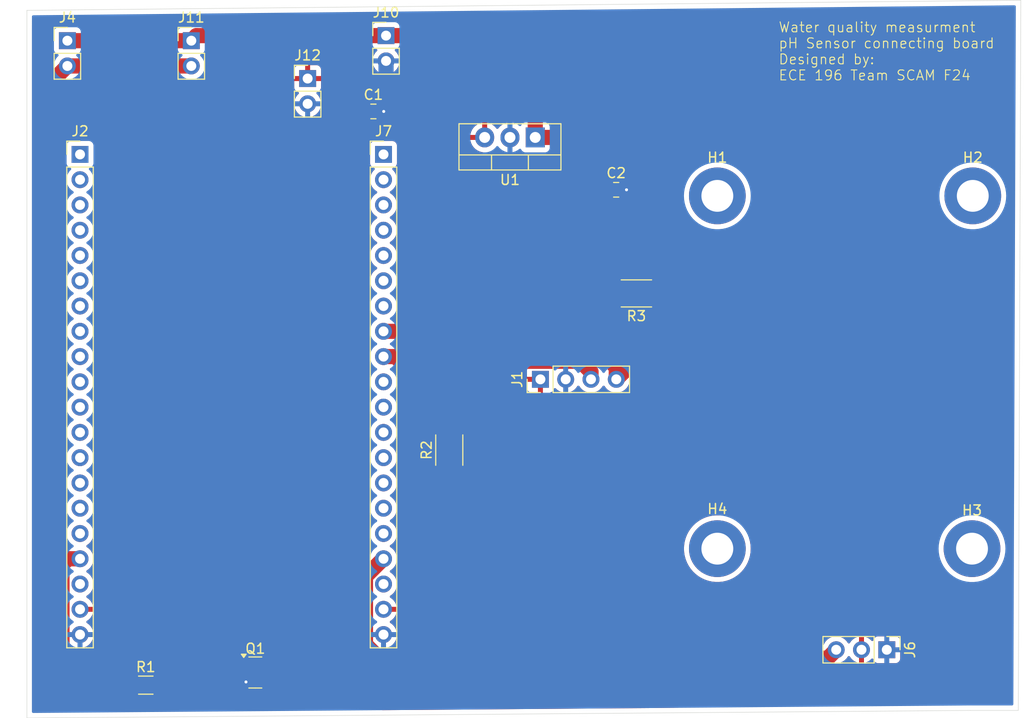
<source format=kicad_pcb>
(kicad_pcb (version 20240108) (generator "pcbnew") (generator_version "8.0")
  (layers (0 "F.Cu" signal) (31 "B.Cu" signal) (34 "B.Paste" user) (35 "F.Paste" user) (36 "B.SilkS" user "B.Silkscreen") (37 "F.SilkS" user "F.Silkscreen") (38 "B.Mask" user) (39 "F.Mask" user) (44 "Edge.Cuts" user))
  (net 0 "")
  (net 1 "/3.3")
  (net 2 "pH sen. input")
  (net 3 "SDA")
  (net 4 "SCL")
  (net 5 "GND")
  (net 6 "/IO26")
  (net 7 "Net-(Q1-G)")
  (net 8 "Net-(J10-Pin_1)")
  (net 26 "Net-(J11-Pin_2)")
  (net 42 "/5V")
  (footprint "Connector_PinHeader_2.54mm:PinHeader_1x03_P2.54mm_Vertical" (layer "F.Cu") (at 177.546 112.014 -90)
    (property "Reference" "J6" (at 0 -2.33 90) (layer "F.SilkS"))
    (property "Value" "pH Sensor")
    (fp_line (start -1.33 6.41) (end 1.33 6.41) (stroke (width 0.12)) (layer "F.SilkS"))
    (fp_line (start -1.33 1.27) (end -1.33 6.41) (stroke (width 0.12)) (layer "F.SilkS"))
    (fp_line (start -1.33 1.27) (end 1.33 1.27) (stroke (width 0.12)) (layer "F.SilkS"))
    (fp_line (start 1.33 1.27) (end 1.33 6.41) (stroke (width 0.12)) (layer "F.SilkS"))
    (fp_line (start -1.33 0) (end -1.33 -1.33) (stroke (width 0.12)) (layer "F.SilkS"))
    (fp_line (start -1.33 -1.33) (end 0 -1.33) (stroke (width 0.12)) (layer "F.SilkS"))
    (pad "1" thru_hole rect (at 0 0 270) (size 1.7 1.7) (drill 1) (layers "*.Cu" "*.Mask") (net 5 "GND"))
    (pad "2" thru_hole oval (at 0 2.54 270) (size 1.7 1.7) (drill 1) (layers "*.Cu" "*.Mask") (net 1 "/3.3"))
    (pad "3" thru_hole oval (at 0 5.08 270) (size 1.7 1.7) (drill 1) (layers "*.Cu" "*.Mask") (net 2 "pH sen. input"))
  )
  (footprint "Package_TO_SOT_SMD:SOT-23" (layer "F.Cu") (at 114.1245 114.3)
    (property "Reference" "Q1" (at 0 -2.4 0) (layer "F.SilkS"))
    (property "Value" "PMV15UNEAR")
    (fp_line (start 0 -1.56) (end -0.65 -1.56) (stroke (width 0.12)) (layer "F.SilkS"))
    (fp_line (start 0 -1.56) (end 0.65 -1.56) (stroke (width 0.12)) (layer "F.SilkS"))
    (fp_line (start 0 1.56) (end -0.65 1.56) (stroke (width 0.12)) (layer "F.SilkS"))
    (fp_line (start 0 1.56) (end 0.65 1.56) (stroke (width 0.12)) (layer "F.SilkS"))
    (fp_poly (pts (xy -1.1625 -1.51) (xy -1.4025 -1.84) (xy -0.9225 -1.84) (xy -1.1625 -1.51)) (stroke (width 0.12)) (fill solid) (layer "F.SilkS"))
    (pad "1" smd roundrect (at -0.9375 -0.95) (size 1.475 0.6) (layers "F.Cu" "F.Paste" "F.Mask") (net 7 "Net-(Q1-G)"))
    (pad "2" smd roundrect (at -0.9375 0.95) (size 1.475 0.6) (layers "F.Cu" "F.Paste" "F.Mask") (net 5 "GND"))
    (pad "3" smd roundrect (at 0.9375 0) (size 1.475 0.6) (layers "F.Cu" "F.Paste" "F.Mask") (net 26 "Net-(J11-Pin_2)"))
  )
  (footprint "MountingHole:MountingHole_3.2mm_M3_ISO7380_Pad_TopBottom" (layer "F.Cu") (at 186.182 66.3956)
    (property "Reference" "H2" (at 0 -3.85 0) (layer "F.SilkS"))
    (property "Value" "MountingHole")
    (pad "1" thru_hole circle (at 0 0) (size 3.6 3.6) (drill 3.2) (layers "*.Cu" "*.Mask"))
    (pad "1" connect circle (at 0 0) (size 5.7 5.7) (layers "F.Cu" "F.Mask"))
    (pad "1" connect circle (at 0 0) (size 5.7 5.7) (layers "B.Cu" "B.Mask"))
  )
  (footprint "Connector_PinHeader_2.54mm:PinHeader_1x20_P2.54mm_Vertical" (layer "F.Cu") (at 127 62.23)
    (property "Reference" "J7" (at 0 -2.33 0) (layer "F.SilkS"))
    (property "Value" "DevBoard Right")
    (fp_line (start -1.33 -1.33) (end 0 -1.33) (stroke (width 0.12)) (layer "F.SilkS"))
    (fp_line (start -1.33 0) (end -1.33 -1.33) (stroke (width 0.12)) (layer "F.SilkS"))
    (fp_line (start -1.33 1.27) (end -1.33 49.59) (stroke (width 0.12)) (layer "F.SilkS"))
    (fp_line (start -1.33 1.27) (end 1.33 1.27) (stroke (width 0.12)) (layer "F.SilkS"))
    (fp_line (start -1.33 49.59) (end 1.33 49.59) (stroke (width 0.12)) (layer "F.SilkS"))
    (fp_line (start 1.33 1.27) (end 1.33 49.59) (stroke (width 0.12)) (layer "F.SilkS"))
    (pad "1" thru_hole rect (at 0 0) (size 1.7 1.7) (drill 1) (layers "*.Cu" "*.Mask"))
    (pad "2" thru_hole oval (at 0 2.54) (size 1.7 1.7) (drill 1) (layers "*.Cu" "*.Mask"))
    (pad "3" thru_hole oval (at 0 5.08) (size 1.7 1.7) (drill 1) (layers "*.Cu" "*.Mask"))
    (pad "4" thru_hole oval (at 0 7.62) (size 1.7 1.7) (drill 1) (layers "*.Cu" "*.Mask"))
    (pad "5" thru_hole oval (at 0 10.16) (size 1.7 1.7) (drill 1) (layers "*.Cu" "*.Mask"))
    (pad "6" thru_hole oval (at 0 12.7) (size 1.7 1.7) (drill 1) (layers "*.Cu" "*.Mask"))
    (pad "7" thru_hole oval (at 0 15.24) (size 1.7 1.7) (drill 1) (layers "*.Cu" "*.Mask"))
    (pad "8" thru_hole oval (at 0 17.78) (size 1.7 1.7) (drill 1) (layers "*.Cu" "*.Mask") (net 3 "SDA"))
    (pad "9" thru_hole oval (at 0 20.32) (size 1.7 1.7) (drill 1) (layers "*.Cu" "*.Mask") (net 4 "SCL"))
    (pad "10" thru_hole oval (at 0 22.86) (size 1.7 1.7) (drill 1) (layers "*.Cu" "*.Mask"))
    (pad "11" thru_hole oval (at 0 25.4) (size 1.7 1.7) (drill 1) (layers "*.Cu" "*.Mask"))
    (pad "12" thru_hole oval (at 0 27.94) (size 1.7 1.7) (drill 1) (layers "*.Cu" "*.Mask"))
    (pad "13" thru_hole oval (at 0 30.48) (size 1.7 1.7) (drill 1) (layers "*.Cu" "*.Mask"))
    (pad "14" thru_hole oval (at 0 33.02) (size 1.7 1.7) (drill 1) (layers "*.Cu" "*.Mask"))
    (pad "15" thru_hole oval (at 0 35.56) (size 1.7 1.7) (drill 1) (layers "*.Cu" "*.Mask"))
    (pad "16" thru_hole oval (at 0 38.1) (size 1.7 1.7) (drill 1) (layers "*.Cu" "*.Mask"))
    (pad "17" thru_hole oval (at 0 40.64) (size 1.7 1.7) (drill 1) (layers "*.Cu" "*.Mask") (net 2 "pH sen. input"))
    (pad "18" thru_hole oval (at 0 43.18) (size 1.7 1.7) (drill 1) (layers "*.Cu" "*.Mask"))
    (pad "19" thru_hole oval (at 0 45.72) (size 1.7 1.7) (drill 1) (layers "*.Cu" "*.Mask") (net 1 "/3.3"))
    (pad "20" thru_hole oval (at 0 48.26) (size 1.7 1.7) (drill 1) (layers "*.Cu" "*.Mask") (net 5 "GND"))
  )
  (footprint "Connector_PinHeader_2.54mm:PinHeader_1x02_P2.54mm_Vertical" (layer "F.Cu") (at 127.254 50.292)
    (property "Reference" "J10" (at 0 -2.33 0) (layer "F.SilkS"))
    (property "Value" "9V Enclosure")
    (fp_line (start -1.33 -1.33) (end 0 -1.33) (stroke (width 0.12)) (layer "F.SilkS"))
    (fp_line (start -1.33 0) (end -1.33 -1.33) (stroke (width 0.12)) (layer "F.SilkS"))
    (fp_line (start -1.33 1.27) (end -1.33 3.87) (stroke (width 0.12)) (layer "F.SilkS"))
    (fp_line (start -1.33 1.27) (end 1.33 1.27) (stroke (width 0.12)) (layer "F.SilkS"))
    (fp_line (start -1.33 3.87) (end 1.33 3.87) (stroke (width 0.12)) (layer "F.SilkS"))
    (fp_line (start 1.33 1.27) (end 1.33 3.87) (stroke (width 0.12)) (layer "F.SilkS"))
    (pad "1" thru_hole rect (at 0 0) (size 1.7 1.7) (drill 1) (layers "*.Cu" "*.Mask") (net 8 "Net-(J10-Pin_1)"))
    (pad "2" thru_hole oval (at 0 2.54) (size 1.7 1.7) (drill 1) (layers "*.Cu" "*.Mask") (net 5 "GND"))
  )
  (footprint "Connector_PinHeader_2.54mm:PinHeader_1x20_P2.54mm_Vertical" (layer "F.Cu") (at 96.52 62.23)
    (property "Reference" "J2" (at 0 -2.33 0) (layer "F.SilkS"))
    (property "Value" "DevBoard Left")
    (fp_line (start -1.33 -1.33) (end 0 -1.33) (stroke (width 0.12)) (layer "F.SilkS"))
    (fp_line (start -1.33 0) (end -1.33 -1.33) (stroke (width 0.12)) (layer "F.SilkS"))
    (fp_line (start -1.33 1.27) (end -1.33 49.59) (stroke (width 0.12)) (layer "F.SilkS"))
    (fp_line (start -1.33 1.27) (end 1.33 1.27) (stroke (width 0.12)) (layer "F.SilkS"))
    (fp_line (start -1.33 49.59) (end 1.33 49.59) (stroke (width 0.12)) (layer "F.SilkS"))
    (fp_line (start 1.33 1.27) (end 1.33 49.59) (stroke (width 0.12)) (layer "F.SilkS"))
    (pad "1" thru_hole rect (at 0 0) (size 1.7 1.7) (drill 1) (layers "*.Cu" "*.Mask"))
    (pad "2" thru_hole oval (at 0 2.54) (size 1.7 1.7) (drill 1) (layers "*.Cu" "*.Mask"))
    (pad "3" thru_hole oval (at 0 5.08) (size 1.7 1.7) (drill 1) (layers "*.Cu" "*.Mask"))
    (pad "4" thru_hole oval (at 0 7.62) (size 1.7 1.7) (drill 1) (layers "*.Cu" "*.Mask"))
    (pad "5" thru_hole oval (at 0 10.16) (size 1.7 1.7) (drill 1) (layers "*.Cu" "*.Mask"))
    (pad "6" thru_hole oval (at 0 12.7) (size 1.7 1.7) (drill 1) (layers "*.Cu" "*.Mask"))
    (pad "7" thru_hole oval (at 0 15.24) (size 1.7 1.7) (drill 1) (layers "*.Cu" "*.Mask"))
    (pad "8" thru_hole oval (at 0 17.78) (size 1.7 1.7) (drill 1) (layers "*.Cu" "*.Mask"))
    (pad "9" thru_hole oval (at 0 20.32) (size 1.7 1.7) (drill 1) (layers "*.Cu" "*.Mask"))
    (pad "10" thru_hole oval (at 0 22.86) (size 1.7 1.7) (drill 1) (layers "*.Cu" "*.Mask"))
    (pad "11" thru_hole oval (at 0 25.4) (size 1.7 1.7) (drill 1) (layers "*.Cu" "*.Mask"))
    (pad "12" thru_hole oval (at 0 27.94) (size 1.7 1.7) (drill 1) (layers "*.Cu" "*.Mask"))
    (pad "13" thru_hole oval (at 0 30.48) (size 1.7 1.7) (drill 1) (layers "*.Cu" "*.Mask"))
    (pad "14" thru_hole oval (at 0 33.02) (size 1.7 1.7) (drill 1) (layers "*.Cu" "*.Mask"))
    (pad "15" thru_hole oval (at 0 35.56) (size 1.7 1.7) (drill 1) (layers "*.Cu" "*.Mask"))
    (pad "16" thru_hole oval (at 0 38.1) (size 1.7 1.7) (drill 1) (layers "*.Cu" "*.Mask"))
    (pad "17" thru_hole oval (at 0 40.64) (size 1.7 1.7) (drill 1) (layers "*.Cu" "*.Mask") (net 6 "/IO26"))
    (pad "18" thru_hole oval (at 0 43.18) (size 1.7 1.7) (drill 1) (layers "*.Cu" "*.Mask"))
    (pad "19" thru_hole oval (at 0 45.72) (size 1.7 1.7) (drill 1) (layers "*.Cu" "*.Mask") (net 42 "/5V"))
    (pad "20" thru_hole oval (at 0 48.26) (size 1.7 1.7) (drill 1) (layers "*.Cu" "*.Mask") (net 5 "GND"))
  )
  (footprint "MountingHole:MountingHole_3.2mm_M3_ISO7380_Pad_TopBottom" (layer "F.Cu") (at 186.1058 101.854)
    (property "Reference" "H3" (at 0 -3.85 0) (layer "F.SilkS"))
    (property "Value" "MountingHole")
    (pad "1" thru_hole circle (at 0 0) (size 3.6 3.6) (drill 3.2) (layers "*.Cu" "*.Mask"))
    (pad "1" connect circle (at 0 0) (size 5.7 5.7) (layers "F.Cu" "F.Mask"))
    (pad "1" connect circle (at 0 0) (size 5.7 5.7) (layers "B.Cu" "B.Mask"))
  )
  (footprint "Resistor_SMD:R_1206_3216Metric" (layer "F.Cu") (at 103.124 115.57)
    (property "Reference" "R1" (at 0 -1.82 0) (layer "F.SilkS"))
    (property "Value" "100")
    (fp_line (start -0.727064 -0.91) (end 0.727064 -0.91) (stroke (width 0.12)) (layer "F.SilkS"))
    (fp_line (start -0.727064 0.91) (end 0.727064 0.91) (stroke (width 0.12)) (layer "F.SilkS"))
    (pad "1" smd roundrect (at -1.4625 0) (size 1.125 1.75) (layers "F.Cu" "F.Paste" "F.Mask") (roundrect_rratio 0.222222) (net 6 "/IO26"))
    (pad "2" smd roundrect (at 1.4625 0) (size 1.125 1.75) (layers "F.Cu" "F.Paste" "F.Mask") (roundrect_rratio 0.222222) (net 7 "Net-(Q1-G)"))
  )
  (footprint "Capacitor_SMD:C_0805_2012Metric_Pad1.18x1.45mm_HandSolder" (layer "F.Cu") (at 125.984 57.912)
    (property "Reference" "C1" (at 0 -1.68 0) (layer "F.SilkS"))
    (property "Value" "0.1u")
    (fp_line (start -0.261252 -0.735) (end 0.261252 -0.735) (stroke (width 0.12)) (layer "F.SilkS"))
    (fp_line (start -0.261252 0.735) (end 0.261252 0.735) (stroke (width 0.12)) (layer "F.SilkS"))
    (pad "1" smd roundrect (at -1.0375 0) (size 1.175 1.45) (layers "F.Cu" "F.Paste" "F.Mask") (roundrect_rratio 0.212766) (net 42 "/5V"))
    (pad "2" smd roundrect (at 1.0375 0) (size 1.175 1.45) (layers "F.Cu" "F.Paste" "F.Mask") (roundrect_rratio 0.212766) (net 5 "GND"))
  )
  (footprint "Connector_PinHeader_2.54mm:PinHeader_1x04_P2.54mm_Vertical" (layer "F.Cu") (at 142.758 84.836 90)
    (property "Reference" "J1" (at 0 -2.33 90) (layer "F.SilkS"))
    (property "Value" "OLED Screen")
    (fp_line (start -1.33 -1.33) (end 0 -1.33) (stroke (width 0.12)) (layer "F.SilkS"))
    (fp_line (start -1.33 0) (end -1.33 -1.33) (stroke (width 0.12)) (layer "F.SilkS"))
    (fp_line (start 1.33 1.27) (end 1.33 8.95) (stroke (width 0.12)) (layer "F.SilkS"))
    (fp_line (start -1.33 1.27) (end 1.33 1.27) (stroke (width 0.12)) (layer "F.SilkS"))
    (fp_line (start -1.33 1.27) (end -1.33 8.95) (stroke (width 0.12)) (layer "F.SilkS"))
    (fp_line (start -1.33 8.95) (end 1.33 8.95) (stroke (width 0.12)) (layer "F.SilkS"))
    (pad "1" thru_hole rect (at 0 0 90) (size 1.7 1.7) (drill 1) (layers "*.Cu" "*.Mask") (net 1 "/3.3"))
    (pad "2" thru_hole oval (at 0 2.54 90) (size 1.7 1.7) (drill 1) (layers "*.Cu" "*.Mask") (net 5 "GND"))
    (pad "3" thru_hole oval (at 0 5.08 90) (size 1.7 1.7) (drill 1) (layers "*.Cu" "*.Mask") (net 4 "SCL"))
    (pad "4" thru_hole oval (at 0 7.62 90) (size 1.7 1.7) (drill 1) (layers "*.Cu" "*.Mask") (net 3 "SDA"))
  )
  (footprint "MountingHole:MountingHole_3.2mm_M3_ISO7380_Pad_TopBottom" (layer "F.Cu") (at 160.528 101.854)
    (property "Reference" "H4" (at 0 -3.9878 0) (layer "F.SilkS"))
    (property "Value" "MountingHole")
    (pad "1" thru_hole circle (at 0 0) (size 3.6 3.6) (drill 3.2) (layers "*.Cu" "*.Mask"))
    (pad "1" connect circle (at 0 0) (size 5.7 5.7) (layers "F.Cu" "F.Mask"))
    (pad "1" connect circle (at 0 0) (size 5.7 5.7) (layers "B.Cu" "B.Mask"))
  )
  (footprint "Package_TO_SOT_THT:TO-220-3_Vertical" (layer "F.Cu") (at 142.24 60.523 180)
    (property "Reference" "U1" (at 2.54 -4.27 360) (layer "F.SilkS"))
    (property "Value" "Voltage regulator")
    (fp_line (start 7.66 -3.27) (end 7.66 1.371) (stroke (width 0.12)) (layer "F.SilkS"))
    (fp_line (start 4.391 -3.27) (end 4.391 -1.76) (stroke (width 0.12)) (layer "F.SilkS"))
    (fp_line (start 0.69 -3.27) (end 0.69 -1.76) (stroke (width 0.12)) (layer "F.SilkS"))
    (fp_line (start -2.58 1.371) (end 7.66 1.371) (stroke (width 0.12)) (layer "F.SilkS"))
    (fp_line (start -2.58 -1.76) (end 7.66 -1.76) (stroke (width 0.12)) (layer "F.SilkS"))
    (fp_line (start -2.58 -3.27) (end 7.66 -3.27) (stroke (width 0.12)) (layer "F.SilkS"))
    (fp_line (start -2.58 -3.27) (end -2.58 1.371) (stroke (width 0.12)) (layer "F.SilkS"))
    (pad "1" thru_hole rect (at 0 0 180) (size 1.905 2) (drill 1.1) (layers "*.Cu" "*.Mask") (net 8 "Net-(J10-Pin_1)"))
    (pad "2" thru_hole oval (at 2.54 0 180) (size 1.905 2) (drill 1.1) (layers "*.Cu" "*.Mask") (net 5 "GND"))
    (pad "3" thru_hole oval (at 5.08 0 180) (size 1.905 2) (drill 1.1) (layers "*.Cu" "*.Mask") (net 42 "/5V"))
  )
  (footprint "Capacitor_SMD:C_0805_2012Metric_Pad1.18x1.45mm_HandSolder" (layer "F.Cu") (at 150.368 65.786)
    (property "Reference" "C2" (at 0 -1.68 0) (layer "F.SilkS"))
    (property "Value" "0.22u")
    (fp_line (start -0.261252 -0.735) (end 0.261252 -0.735) (stroke (width 0.12)) (layer "F.SilkS"))
    (fp_line (start -0.261252 0.735) (end 0.261252 0.735) (stroke (width 0.12)) (layer "F.SilkS"))
    (pad "1" smd roundrect (at -1.0375 0) (size 1.175 1.45) (layers "F.Cu" "F.Paste" "F.Mask") (roundrect_rratio 0.212766) (net 8 "Net-(J10-Pin_1)"))
    (pad "2" smd roundrect (at 1.0375 0) (size 1.175 1.45) (layers "F.Cu" "F.Paste" "F.Mask") (roundrect_rratio 0.212766) (net 5 "GND"))
  )
  (footprint "Resistor_SMD:R_2010_5025Metric" (layer "F.Cu") (at 152.4 76.2 180)
    (property "Reference" "R3" (at 0 -2.28 0) (layer "F.SilkS"))
    (property "Value" "4.7k")
    (fp_line (start -1.527064 1.36) (end 1.527064 1.36) (stroke (width 0.12)) (layer "F.SilkS"))
    (fp_line (start -1.527064 -1.36) (end 1.527064 -1.36) (stroke (width 0.12)) (layer "F.SilkS"))
    (pad "1" smd roundrect (at -2.3125 0 180) (size 1.225 2.65) (layers "F.Cu" "F.Paste" "F.Mask") (roundrect_rratio 0.204082) (net 3 "SDA"))
    (pad "2" smd roundrect (at 2.3125 0 180) (size 1.225 2.65) (layers "F.Cu" "F.Paste" "F.Mask") (roundrect_rratio 0.204082) (net 1 "/3.3"))
  )
  (footprint "Connector_PinHeader_2.54mm:PinHeader_1x02_P2.54mm_Vertical" (layer "F.Cu") (at 107.696 50.8)
    (property "Reference" "J11" (at 0 -2.33 0) (layer "F.SilkS"))
    (property "Value" "Water Pump - OUT")
    (fp_line (start -1.33 -1.33) (end 0 -1.33) (stroke (width 0.12)) (layer "F.SilkS"))
    (fp_line (start -1.33 0) (end -1.33 -1.33) (stroke (width 0.12)) (layer "F.SilkS"))
    (fp_line (start -1.33 1.27) (end -1.33 3.87) (stroke (width 0.12)) (layer "F.SilkS"))
    (fp_line (start -1.33 1.27) (end 1.33 1.27) (stroke (width 0.12)) (layer "F.SilkS"))
    (fp_line (start -1.33 3.87) (end 1.33 3.87) (stroke (width 0.12)) (layer "F.SilkS"))
    (fp_line (start 1.33 1.27) (end 1.33 3.87) (stroke (width 0.12)) (layer "F.SilkS"))
    (pad "1" thru_hole rect (at 0 0) (size 1.7 1.7) (drill 1) (layers "*.Cu" "*.Mask") (net 8 "Net-(J10-Pin_1)"))
    (pad "2" thru_hole oval (at 0 2.54) (size 1.7 1.7) (drill 1) (layers "*.Cu" "*.Mask") (net 26 "Net-(J11-Pin_2)"))
  )
  (footprint "Connector_PinHeader_2.54mm:PinHeader_1x02_P2.54mm_Vertical" (layer "F.Cu") (at 119.38 54.605)
    (property "Reference" "J12" (at 0 -2.33 0) (layer "F.SilkS"))
    (property "Value" "9V Enclosure")
    (fp_line (start -1.33 -1.33) (end 0 -1.33) (stroke (width 0.12)) (layer "F.SilkS"))
    (fp_line (start -1.33 0) (end -1.33 -1.33) (stroke (width 0.12)) (layer "F.SilkS"))
    (fp_line (start -1.33 1.27) (end -1.33 3.87) (stroke (width 0.12)) (layer "F.SilkS"))
    (fp_line (start -1.33 1.27) (end 1.33 1.27) (stroke (width 0.12)) (layer "F.SilkS"))
    (fp_line (start -1.33 3.87) (end 1.33 3.87) (stroke (width 0.12)) (layer "F.SilkS"))
    (fp_line (start 1.33 1.27) (end 1.33 3.87) (stroke (width 0.12)) (layer "F.SilkS"))
    (pad "1" thru_hole rect (at 0 0) (size 1.7 1.7) (drill 1) (layers "*.Cu" "*.Mask") (net 42 "/5V"))
    (pad "2" thru_hole oval (at 0 2.54) (size 1.7 1.7) (drill 1) (layers "*.Cu" "*.Mask") (net 5 "GND"))
  )
  (footprint "Connector_PinHeader_2.54mm:PinHeader_1x02_P2.54mm_Vertical" (layer "F.Cu") (at 95.25 50.8)
    (property "Reference" "J4" (at 0 -2.33 0) (layer "F.SilkS"))
    (property "Value" "Water Pump - IN")
    (fp_line (start -1.33 -1.33) (end 0 -1.33) (stroke (width 0.12)) (layer "F.SilkS"))
    (fp_line (start -1.33 0) (end -1.33 -1.33) (stroke (width 0.12)) (layer "F.SilkS"))
    (fp_line (start -1.33 1.27) (end -1.33 3.87) (stroke (width 0.12)) (layer "F.SilkS"))
    (fp_line (start -1.33 1.27) (end 1.33 1.27) (stroke (width 0.12)) (layer "F.SilkS"))
    (fp_line (start -1.33 3.87) (end 1.33 3.87) (stroke (width 0.12)) (layer "F.SilkS"))
    (fp_line (start 1.33 1.27) (end 1.33 3.87) (stroke (width 0.12)) (layer "F.SilkS"))
    (pad "1" thru_hole rect (at 0 0) (size 1.7 1.7) (drill 1) (layers "*.Cu" "*.Mask") (net 8 "Net-(J10-Pin_1)"))
    (pad "2" thru_hole oval (at 0 2.54) (size 1.7 1.7) (drill 1) (layers "*.Cu" "*.Mask") (net 26 "Net-(J11-Pin_2)"))
  )
  (footprint "Resistor_SMD:R_2010_5025Metric" (layer "F.Cu") (at 133.604 91.948 90)
    (property "Reference" "R2" (at 0 -2.28 90) (layer "F.SilkS"))
    (property "Value" "4.7k")
    (fp_line (start -1.527064 -1.36) (end 1.527064 -1.36) (stroke (width 0.12)) (layer "F.SilkS"))
    (fp_line (start -1.527064 1.36) (end 1.527064 1.36) (stroke (width 0.12)) (layer "F.SilkS"))
    (pad "1" smd roundrect (at -2.3125 0 90) (size 1.225 2.65) (layers "F.Cu" "F.Paste" "F.Mask") (roundrect_rratio 0.204082) (net 4 "SCL"))
    (pad "2" smd roundrect (at 2.3125 0 90) (size 1.225 2.65) (layers "F.Cu" "F.Paste" "F.Mask") (roundrect_rratio 0.204082) (net 1 "/3.3"))
  )
  (footprint "MountingHole:MountingHole_3.2mm_M3_ISO7380_Pad_TopBottom" (layer "F.Cu") (at 160.528 66.3956)
    (property "Reference" "H1" (at 0 -3.85 0) (layer "F.SilkS"))
    (property "Value" "MountingHole")
    (pad "1" thru_hole circle (at 0 0) (size 3.6 3.6) (drill 3.2) (layers "*.Cu" "*.Mask"))
    (pad "1" connect circle (at 0 0) (size 5.7 5.7) (layers "F.Cu" "F.Mask"))
    (pad "1" connect circle (at 0 0) (size 5.7 5.7) (layers "B.Cu" "B.Mask"))
  )
  (gr_line (start 191.008 46.736) (end 190.754 118.11) (stroke (width 0.05)) (layer "Edge.Cuts"))
  (gr_line (start 191.008 46.736) (end 91.186 47.752) (stroke (width 0.05)) (layer "Edge.Cuts"))
  (gr_line (start 185.928 118.11) (end 91.186 118.872) (stroke (width 0.05)) (layer "Edge.Cuts"))
  (gr_line (start 185.928 118.11) (end 190.754 118.11) (stroke (width 0.05)) (layer "Edge.Cuts"))
  (gr_line (start 91.186 47.752) (end 91.186 118.872) (stroke (width 0.05)) (layer "Edge.Cuts"))
  (gr_text "Water quality measurment\npH Sensor connecting board\nDesigned by:\nECE 196 Team SCAM F24" (at 166.624 54.864 0) (layer "F.SilkS") (effects (font (size 1 1) (thickness 0.1)) (justify left bottom)))
  (segment (start 126.977445 102.87) (end 127 102.87) (width 1.524) (layer "F.Cu") (net 2))
  (segment (start 125.188 104.659445) (end 126.977445 102.87) (width 1.524) (layer "F.Cu") (net 2))
  (segment (start 125.188 111.472) (end 125.188 104.659445) (width 1.524) (layer "F.Cu") (net 2))
  (segment (start 172.466 112.014) (end 171.616 112.864) (width 1.524) (layer "F.Cu") (net 2))
  (segment (start 171.616 112.864) (end 126.58 112.864) (width 1.524) (layer "F.Cu") (net 2))
  (segment (start 126.58 112.864) (end 125.188 111.472) (width 1.524) (layer "F.Cu") (net 2))
  (segment (start 154.7125 76.2) (end 154.7125 80.5015) (width 1.524) (layer "F.Cu") (net 3))
  (segment (start 146.754081 80.01) (end 150.378 83.633919) (width 1.524) (layer "F.Cu") (net 3))
  (segment (start 154.7125 80.5015) (end 150.378 84.836) (width 1.524) (layer "F.Cu") (net 3))
  (segment (start 150.378 83.633919) (end 150.378 84.836) (width 1.524) (layer "F.Cu") (net 3))
  (segment (start 127 80.01) (end 146.754081 80.01) (width 1.524) (layer "F.Cu") (net 3))
  (segment (start 133.957919 83.024) (end 146.778 83.024) (width 1.524) (layer "F.Cu") (net 4))
  (segment (start 133.604 94.2605) (end 131.317 91.9735) (width 1.524) (layer "F.Cu") (net 4))
  (segment (start 146.778 83.024) (end 147.838 84.084) (width 1.524) (layer "F.Cu") (net 4))
  (segment (start 131.317 85.664919) (end 133.957919 83.024) (width 1.524) (layer "F.Cu") (net 4))
  (segment (start 131.317 91.9735) (end 131.317 85.664919) (width 1.524) (layer "F.Cu") (net 4))
  (segment (start 131.317 85.664919) (end 128.202081 82.55) (width 1.524) (layer "F.Cu") (net 4))
  (segment (start 147.838 84.084) (end 147.838 84.836) (width 1.524) (layer "F.Cu") (net 4))
  (segment (start 128.202081 82.55) (end 127 82.55) (width 1.524) (layer "F.Cu") (net 4))
  (via (at 127.0215 57.912) (size 0.6) (drill 0.3) (layers "F.Cu" "B.Cu") (net 5))
  (via (at 113.187 115.25) (size 0.6) (drill 0.3) (layers "F.Cu" "B.Cu") (net 5))
  (via (at 151.4055 65.786) (size 0.6) (drill 0.3) (layers "F.Cu" "B.Cu") (net 5))
  (segment (start 127.254 52.832) (end 127.254 57.6795) (width 1.524) (layer "B.Cu") (net 5))
  (segment (start 127.254 57.6795) (end 127.0215 57.912) (width 1.524) (layer "B.Cu") (net 5))
  (segment (start 95.317919 102.87) (end 94.708 103.479919) (width 1.524) (layer "F.Cu") (net 6))
  (segment (start 98.552 115.57) (end 101.6615 115.57) (width 1.524) (layer "F.Cu") (net 6))
  (segment (start 96.52 102.87) (end 95.317919 102.87) (width 1.524) (layer "F.Cu") (net 6))
  (segment (start 94.708 111.726) (end 98.552 115.57) (width 1.524) (layer "F.Cu") (net 6))
  (segment (start 94.708 103.479919) (end 94.708 111.726) (width 1.524) (layer "F.Cu") (net 6))
  (segment (start 113.187 113.35) (end 106.8065 113.35) (width 1.524) (layer "F.Cu") (net 7))
  (segment (start 106.8065 113.35) (end 104.5865 115.57) (width 1.524) (layer "F.Cu") (net 7))
  (segment (start 127.254 50.292) (end 134.533 50.292) (width 1.524) (layer "F.Cu") (net 8))
  (segment (start 108.204 50.292) (end 107.696 50.8) (width 1.524) (layer "F.Cu") (net 8))
  (segment (start 142.24 57.999) (end 142.24 60.523) (width 1.524) (layer "F.Cu") (net 8))
  (segment (start 134.533 50.292) (end 142.24 57.999) (width 1.524) (layer "F.Cu") (net 8))
  (segment (start 142.24 60.523) (end 144.0675 60.523) (width 1.524) (layer "F.Cu") (net 8))
  (segment (start 95.25 50.8) (end 107.696 50.8) (width 1.524) (layer "F.Cu") (net 8))
  (segment (start 144.0675 60.523) (end 149.3305 65.786) (width 1.524) (layer "F.Cu") (net 8))
  (segment (start 127.254 50.292) (end 108.204 50.292) (width 1.524) (layer "F.Cu") (net 8))
  (segment (start 97.950896 117.407) (end 92.984 112.440104) (width 1.524) (layer "F.Cu") (net 26))
  (segment (start 115.062 114.3) (end 115.062 115.689262) (width 1.524) (layer "F.Cu") (net 26))
  (segment (start 113.344262 117.407) (end 97.950896 117.407) (width 1.524) (layer "F.Cu") (net 26))
  (segment (start 92.984 112.440104) (end 92.984 55.606) (width 1.524) (layer "F.Cu") (net 26))
  (segment (start 95.25 53.34) (end 107.696 53.34) (width 1.524) (layer "F.Cu") (net 26))
  (segment (start 92.984 55.606) (end 95.25 53.34) (width 1.524) (layer "F.Cu") (net 26))
  (segment (start 115.062 115.689262) (end 113.344262 117.407) (width 1.524) (layer "F.Cu") (net 26))
  (segment (start 96.542555 107.95) (end 96.52 107.95) (width 1.524) (layer "F.Cu") (net 42))
  (zone (net 42) (net_name "/5V") (layer "F.Cu") (priority 1) (connect_pads (clearance 0.5)) (min_thickness 0.25) (fill yes (thermal_gap 0.5) (thermal_bridge_width 0.5))
    (polygon (pts (xy 139.954 57.912) (xy 133.35 51.562) (xy 117.094 51.562) (xy 116.586 69.088) (xy 92.456 108.712) (xy 95.758 113.03) (xy 122.174 111.76) (xy 124.206 78.232) (xy 140.462 57.912)))
  )
  (zone (net 1) (net_name "/3.3") (layer "F.Cu") (priority 2) (connect_pads (clearance 0.5)) (min_thickness 0.25) (fill yes (thermal_gap 0.5) (thermal_bridge_width 0.5))
    (polygon (pts (xy 126.746 118.364) (xy 128.778 77.216) (xy 140.462 67.056) (xy 156.718 67.31) (xy 156.972 82.55) (xy 157.226 95.504) (xy 174.244 108.712) (xy 182.372 109.22) (xy 182.626 117.348)))
  )
  (zone (net 5) (net_name "GND") (layer "B.Cu") (connect_pads (clearance 0.5)) (min_thickness 0.25) (fill yes (thermal_gap 0.5) (thermal_bridge_width 0.5))
    (polygon (pts (xy 191.008 46.99) (xy 91.694 47.752) (xy 91.44 118.872) (xy 190.754 117.856) (xy 190.754 46.99)))
  )
)
</source>
